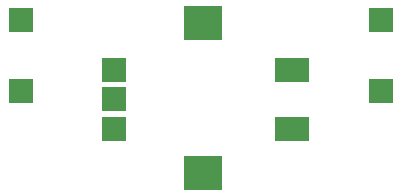
<source format=gbr>
G04 #@! TF.GenerationSoftware,KiCad,Pcbnew,(5.1.5)-3*
G04 #@! TF.CreationDate,2020-02-26T18:40:07+01:00*
G04 #@! TF.ProjectId,minirpi2,6d696e69-7270-4693-922e-6b696361645f,rev?*
G04 #@! TF.SameCoordinates,Original*
G04 #@! TF.FileFunction,Paste,Top*
G04 #@! TF.FilePolarity,Positive*
%FSLAX46Y46*%
G04 Gerber Fmt 4.6, Leading zero omitted, Abs format (unit mm)*
G04 Created by KiCad (PCBNEW (5.1.5)-3) date 2020-02-26 18:40:07*
%MOMM*%
%LPD*%
G04 APERTURE LIST*
%ADD10R,2.000000X2.000000*%
%ADD11R,3.000000X2.000000*%
%ADD12R,3.200000X3.000000*%
G04 APERTURE END LIST*
D10*
X185420000Y-59548000D03*
X185420000Y-65548000D03*
X215900000Y-59548000D03*
X215900000Y-65548000D03*
D11*
X208294000Y-68754000D03*
X208294000Y-63754000D03*
D12*
X200794000Y-72454000D03*
X200794000Y-59754000D03*
D10*
X193294000Y-68754000D03*
X193294000Y-66254000D03*
X193294000Y-63754000D03*
M02*

</source>
